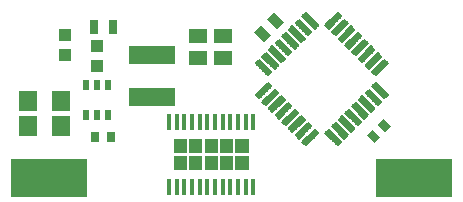
<source format=gbr>
G04 EAGLE Gerber RS-274X export*
G75*
%MOMM*%
%FSLAX34Y34*%
%LPD*%
%INSolderpaste Top*%
%IPPOS*%
%AMOC8*
5,1,8,0,0,1.08239X$1,22.5*%
G01*
%ADD10C,0.137500*%
%ADD11R,3.987800X1.498600*%
%ADD12R,0.517200X0.896100*%
%ADD13R,0.700000X0.900000*%
%ADD14R,6.451600X3.251200*%
%ADD15R,1.600000X1.800000*%
%ADD16R,1.500000X1.300000*%
%ADD17R,0.354800X1.454900*%
%ADD18R,1.100000X1.000000*%
%ADD19R,0.800000X1.200000*%

G36*
X159495Y47875D02*
X159495Y47875D01*
X159497Y47874D01*
X159540Y47894D01*
X159584Y47912D01*
X159584Y47914D01*
X159586Y47915D01*
X159619Y48000D01*
X159619Y60351D01*
X159618Y60353D01*
X159619Y60355D01*
X159599Y60398D01*
X159581Y60442D01*
X159579Y60442D01*
X159578Y60444D01*
X159493Y60477D01*
X148488Y60477D01*
X148486Y60476D01*
X148484Y60477D01*
X148441Y60457D01*
X148397Y60439D01*
X148397Y60437D01*
X148395Y60436D01*
X148362Y60351D01*
X148362Y48000D01*
X148363Y47998D01*
X148362Y47996D01*
X148382Y47953D01*
X148400Y47909D01*
X148402Y47909D01*
X148403Y47907D01*
X148488Y47874D01*
X159493Y47874D01*
X159495Y47875D01*
G37*
G36*
X185504Y47875D02*
X185504Y47875D01*
X185506Y47874D01*
X185549Y47894D01*
X185593Y47912D01*
X185594Y47914D01*
X185596Y47915D01*
X185629Y48000D01*
X185629Y60351D01*
X185628Y60353D01*
X185629Y60355D01*
X185609Y60398D01*
X185590Y60442D01*
X185588Y60442D01*
X185587Y60444D01*
X185502Y60477D01*
X174498Y60477D01*
X174496Y60476D01*
X174494Y60477D01*
X174451Y60457D01*
X174407Y60439D01*
X174406Y60437D01*
X174404Y60436D01*
X174371Y60351D01*
X174371Y48000D01*
X174372Y47998D01*
X174371Y47996D01*
X174391Y47953D01*
X174410Y47909D01*
X174412Y47909D01*
X174413Y47907D01*
X174498Y47874D01*
X185502Y47874D01*
X185504Y47875D01*
G37*
G36*
X211514Y47875D02*
X211514Y47875D01*
X211516Y47874D01*
X211559Y47894D01*
X211603Y47912D01*
X211603Y47914D01*
X211605Y47915D01*
X211638Y48000D01*
X211638Y60351D01*
X211637Y60353D01*
X211638Y60355D01*
X211618Y60398D01*
X211600Y60442D01*
X211598Y60442D01*
X211597Y60444D01*
X211512Y60477D01*
X200507Y60477D01*
X200505Y60476D01*
X200503Y60477D01*
X200460Y60457D01*
X200417Y60439D01*
X200416Y60437D01*
X200414Y60436D01*
X200381Y60351D01*
X200381Y48000D01*
X200382Y47998D01*
X200381Y47996D01*
X200401Y47953D01*
X200419Y47909D01*
X200421Y47909D01*
X200422Y47907D01*
X200507Y47874D01*
X211512Y47874D01*
X211514Y47875D01*
G37*
G36*
X159495Y33524D02*
X159495Y33524D01*
X159497Y33523D01*
X159540Y33543D01*
X159584Y33561D01*
X159584Y33563D01*
X159586Y33564D01*
X159619Y33649D01*
X159619Y46000D01*
X159618Y46002D01*
X159619Y46004D01*
X159599Y46047D01*
X159581Y46091D01*
X159579Y46091D01*
X159578Y46093D01*
X159493Y46126D01*
X148488Y46126D01*
X148486Y46125D01*
X148484Y46126D01*
X148441Y46106D01*
X148397Y46088D01*
X148397Y46086D01*
X148395Y46085D01*
X148362Y46000D01*
X148362Y33649D01*
X148363Y33647D01*
X148362Y33645D01*
X148382Y33602D01*
X148400Y33558D01*
X148402Y33558D01*
X148403Y33556D01*
X148488Y33523D01*
X159493Y33523D01*
X159495Y33524D01*
G37*
G36*
X185504Y33524D02*
X185504Y33524D01*
X185506Y33523D01*
X185549Y33543D01*
X185593Y33561D01*
X185594Y33563D01*
X185596Y33564D01*
X185629Y33649D01*
X185629Y46000D01*
X185628Y46002D01*
X185629Y46004D01*
X185609Y46047D01*
X185590Y46091D01*
X185588Y46091D01*
X185587Y46093D01*
X185502Y46126D01*
X174498Y46126D01*
X174496Y46125D01*
X174494Y46126D01*
X174451Y46106D01*
X174407Y46088D01*
X174406Y46086D01*
X174404Y46085D01*
X174371Y46000D01*
X174371Y33649D01*
X174372Y33647D01*
X174371Y33645D01*
X174391Y33602D01*
X174410Y33558D01*
X174412Y33558D01*
X174413Y33556D01*
X174498Y33523D01*
X185502Y33523D01*
X185504Y33524D01*
G37*
G36*
X211514Y33524D02*
X211514Y33524D01*
X211516Y33523D01*
X211559Y33543D01*
X211603Y33561D01*
X211603Y33563D01*
X211605Y33564D01*
X211638Y33649D01*
X211638Y46000D01*
X211637Y46002D01*
X211638Y46004D01*
X211618Y46047D01*
X211600Y46091D01*
X211598Y46091D01*
X211597Y46093D01*
X211512Y46126D01*
X200507Y46126D01*
X200505Y46125D01*
X200503Y46126D01*
X200460Y46106D01*
X200417Y46088D01*
X200416Y46086D01*
X200414Y46085D01*
X200381Y46000D01*
X200381Y33649D01*
X200382Y33647D01*
X200381Y33645D01*
X200401Y33602D01*
X200419Y33558D01*
X200421Y33558D01*
X200422Y33556D01*
X200507Y33523D01*
X211512Y33523D01*
X211514Y33524D01*
G37*
G36*
X172500Y47875D02*
X172500Y47875D01*
X172502Y47874D01*
X172545Y47894D01*
X172588Y47912D01*
X172589Y47914D01*
X172591Y47915D01*
X172624Y48000D01*
X172624Y60351D01*
X172623Y60353D01*
X172624Y60355D01*
X172604Y60398D01*
X172585Y60442D01*
X172583Y60442D01*
X172583Y60444D01*
X172498Y60477D01*
X161493Y60477D01*
X161491Y60476D01*
X161489Y60477D01*
X161446Y60457D01*
X161402Y60439D01*
X161401Y60437D01*
X161399Y60436D01*
X161367Y60351D01*
X161367Y48000D01*
X161367Y47998D01*
X161367Y47996D01*
X161387Y47953D01*
X161405Y47909D01*
X161407Y47909D01*
X161408Y47907D01*
X161493Y47874D01*
X172498Y47874D01*
X172500Y47875D01*
G37*
G36*
X198509Y47875D02*
X198509Y47875D01*
X198511Y47874D01*
X198554Y47894D01*
X198598Y47912D01*
X198599Y47914D01*
X198601Y47915D01*
X198633Y48000D01*
X198633Y60351D01*
X198633Y60353D01*
X198633Y60355D01*
X198614Y60398D01*
X198595Y60442D01*
X198593Y60442D01*
X198592Y60444D01*
X198507Y60477D01*
X187502Y60477D01*
X187500Y60476D01*
X187498Y60477D01*
X187455Y60457D01*
X187412Y60439D01*
X187411Y60437D01*
X187409Y60436D01*
X187376Y60351D01*
X187376Y48000D01*
X187377Y47998D01*
X187376Y47996D01*
X187396Y47953D01*
X187415Y47909D01*
X187417Y47909D01*
X187418Y47907D01*
X187502Y47874D01*
X198507Y47874D01*
X198509Y47875D01*
G37*
G36*
X172500Y33524D02*
X172500Y33524D01*
X172502Y33523D01*
X172545Y33543D01*
X172588Y33561D01*
X172589Y33563D01*
X172591Y33564D01*
X172624Y33649D01*
X172624Y46000D01*
X172623Y46002D01*
X172624Y46004D01*
X172604Y46047D01*
X172585Y46091D01*
X172583Y46091D01*
X172583Y46093D01*
X172498Y46126D01*
X161493Y46126D01*
X161491Y46125D01*
X161489Y46126D01*
X161446Y46106D01*
X161402Y46088D01*
X161401Y46086D01*
X161399Y46085D01*
X161367Y46000D01*
X161367Y33649D01*
X161367Y33647D01*
X161367Y33645D01*
X161387Y33602D01*
X161405Y33558D01*
X161407Y33558D01*
X161408Y33556D01*
X161493Y33523D01*
X172498Y33523D01*
X172500Y33524D01*
G37*
G36*
X198509Y33524D02*
X198509Y33524D01*
X198511Y33523D01*
X198554Y33543D01*
X198598Y33561D01*
X198599Y33563D01*
X198601Y33564D01*
X198633Y33649D01*
X198633Y46000D01*
X198633Y46002D01*
X198633Y46004D01*
X198614Y46047D01*
X198595Y46091D01*
X198593Y46091D01*
X198592Y46093D01*
X198507Y46126D01*
X187502Y46126D01*
X187500Y46125D01*
X187498Y46126D01*
X187455Y46106D01*
X187412Y46088D01*
X187411Y46086D01*
X187409Y46085D01*
X187376Y46000D01*
X187376Y33649D01*
X187377Y33647D01*
X187376Y33645D01*
X187396Y33602D01*
X187415Y33558D01*
X187417Y33558D01*
X187418Y33556D01*
X187502Y33523D01*
X198507Y33523D01*
X198509Y33524D01*
G37*
D10*
X267554Y153527D02*
X257213Y163868D01*
X260130Y166785D01*
X270471Y156444D01*
X267554Y153527D01*
X268860Y154833D02*
X266248Y154833D01*
X264942Y156139D02*
X270166Y156139D01*
X269470Y157445D02*
X263636Y157445D01*
X262330Y158751D02*
X268164Y158751D01*
X266858Y160057D02*
X261024Y160057D01*
X259718Y161363D02*
X265552Y161363D01*
X264246Y162669D02*
X258412Y162669D01*
X257320Y163975D02*
X262940Y163975D01*
X261634Y165281D02*
X258626Y165281D01*
X259932Y166587D02*
X260328Y166587D01*
X251556Y158211D02*
X261897Y147870D01*
X251556Y158211D02*
X254473Y161128D01*
X264814Y150787D01*
X261897Y147870D01*
X263203Y149176D02*
X260591Y149176D01*
X259285Y150482D02*
X264509Y150482D01*
X263813Y151788D02*
X257979Y151788D01*
X256673Y153094D02*
X262507Y153094D01*
X261201Y154400D02*
X255367Y154400D01*
X254061Y155706D02*
X259895Y155706D01*
X258589Y157012D02*
X252755Y157012D01*
X251663Y158318D02*
X257283Y158318D01*
X255977Y159624D02*
X252969Y159624D01*
X254275Y160930D02*
X254671Y160930D01*
X245899Y152554D02*
X256240Y142213D01*
X245899Y152554D02*
X248816Y155471D01*
X259157Y145130D01*
X256240Y142213D01*
X257546Y143519D02*
X254934Y143519D01*
X253628Y144825D02*
X258852Y144825D01*
X258156Y146131D02*
X252322Y146131D01*
X251016Y147437D02*
X256850Y147437D01*
X255544Y148743D02*
X249710Y148743D01*
X248404Y150049D02*
X254238Y150049D01*
X252932Y151355D02*
X247098Y151355D01*
X246006Y152661D02*
X251626Y152661D01*
X250320Y153967D02*
X247312Y153967D01*
X248618Y155273D02*
X249014Y155273D01*
X240242Y146897D02*
X250583Y136556D01*
X240242Y146897D02*
X243159Y149814D01*
X253500Y139473D01*
X250583Y136556D01*
X251889Y137862D02*
X249277Y137862D01*
X247971Y139168D02*
X253195Y139168D01*
X252499Y140474D02*
X246665Y140474D01*
X245359Y141780D02*
X251193Y141780D01*
X249887Y143086D02*
X244053Y143086D01*
X242747Y144392D02*
X248581Y144392D01*
X247275Y145698D02*
X241441Y145698D01*
X240349Y147004D02*
X245969Y147004D01*
X244663Y148310D02*
X241655Y148310D01*
X242961Y149616D02*
X243357Y149616D01*
X234586Y141241D02*
X244927Y130900D01*
X234586Y141241D02*
X237503Y144158D01*
X247844Y133817D01*
X244927Y130900D01*
X246233Y132206D02*
X243621Y132206D01*
X242315Y133512D02*
X247539Y133512D01*
X246843Y134818D02*
X241009Y134818D01*
X239703Y136124D02*
X245537Y136124D01*
X244231Y137430D02*
X238397Y137430D01*
X237091Y138736D02*
X242925Y138736D01*
X241619Y140042D02*
X235785Y140042D01*
X234693Y141348D02*
X240313Y141348D01*
X239007Y142654D02*
X235999Y142654D01*
X237305Y143960D02*
X237701Y143960D01*
X228929Y135584D02*
X239270Y125243D01*
X228929Y135584D02*
X231846Y138501D01*
X242187Y128160D01*
X239270Y125243D01*
X240576Y126549D02*
X237964Y126549D01*
X236658Y127855D02*
X241882Y127855D01*
X241186Y129161D02*
X235352Y129161D01*
X234046Y130467D02*
X239880Y130467D01*
X238574Y131773D02*
X232740Y131773D01*
X231434Y133079D02*
X237268Y133079D01*
X235962Y134385D02*
X230128Y134385D01*
X229036Y135691D02*
X234656Y135691D01*
X233350Y136997D02*
X230342Y136997D01*
X231648Y138303D02*
X232044Y138303D01*
X223272Y129927D02*
X233613Y119586D01*
X223272Y129927D02*
X226189Y132844D01*
X236530Y122503D01*
X233613Y119586D01*
X234919Y120892D02*
X232307Y120892D01*
X231001Y122198D02*
X236225Y122198D01*
X235529Y123504D02*
X229695Y123504D01*
X228389Y124810D02*
X234223Y124810D01*
X232917Y126116D02*
X227083Y126116D01*
X225777Y127422D02*
X231611Y127422D01*
X230305Y128728D02*
X224471Y128728D01*
X223379Y130034D02*
X228999Y130034D01*
X227693Y131340D02*
X224685Y131340D01*
X225991Y132646D02*
X226387Y132646D01*
X217615Y124270D02*
X227956Y113929D01*
X217615Y124270D02*
X220532Y127187D01*
X230873Y116846D01*
X227956Y113929D01*
X229262Y115235D02*
X226650Y115235D01*
X225344Y116541D02*
X230568Y116541D01*
X229872Y117847D02*
X224038Y117847D01*
X222732Y119153D02*
X228566Y119153D01*
X227260Y120459D02*
X221426Y120459D01*
X220120Y121765D02*
X225954Y121765D01*
X224648Y123071D02*
X218814Y123071D01*
X217722Y124377D02*
X223342Y124377D01*
X222036Y125683D02*
X219028Y125683D01*
X220334Y126989D02*
X220730Y126989D01*
X276729Y65156D02*
X287070Y54815D01*
X276729Y65156D02*
X279646Y68073D01*
X289987Y57732D01*
X287070Y54815D01*
X288376Y56121D02*
X285764Y56121D01*
X284458Y57427D02*
X289682Y57427D01*
X288986Y58733D02*
X283152Y58733D01*
X281846Y60039D02*
X287680Y60039D01*
X286374Y61345D02*
X280540Y61345D01*
X279234Y62651D02*
X285068Y62651D01*
X283762Y63957D02*
X277928Y63957D01*
X276836Y65263D02*
X282456Y65263D01*
X281150Y66569D02*
X278142Y66569D01*
X279448Y67875D02*
X279844Y67875D01*
X282386Y70813D02*
X292727Y60472D01*
X282386Y70813D02*
X285303Y73730D01*
X295644Y63389D01*
X292727Y60472D01*
X294033Y61778D02*
X291421Y61778D01*
X290115Y63084D02*
X295339Y63084D01*
X294643Y64390D02*
X288809Y64390D01*
X287503Y65696D02*
X293337Y65696D01*
X292031Y67002D02*
X286197Y67002D01*
X284891Y68308D02*
X290725Y68308D01*
X289419Y69614D02*
X283585Y69614D01*
X282493Y70920D02*
X288113Y70920D01*
X286807Y72226D02*
X283799Y72226D01*
X285105Y73532D02*
X285501Y73532D01*
X288043Y76470D02*
X298384Y66129D01*
X288043Y76470D02*
X290960Y79387D01*
X301301Y69046D01*
X298384Y66129D01*
X299690Y67435D02*
X297078Y67435D01*
X295772Y68741D02*
X300996Y68741D01*
X300300Y70047D02*
X294466Y70047D01*
X293160Y71353D02*
X298994Y71353D01*
X297688Y72659D02*
X291854Y72659D01*
X290548Y73965D02*
X296382Y73965D01*
X295076Y75271D02*
X289242Y75271D01*
X288150Y76577D02*
X293770Y76577D01*
X292464Y77883D02*
X289456Y77883D01*
X290762Y79189D02*
X291158Y79189D01*
X293700Y82127D02*
X304041Y71786D01*
X293700Y82127D02*
X296617Y85044D01*
X306958Y74703D01*
X304041Y71786D01*
X305347Y73092D02*
X302735Y73092D01*
X301429Y74398D02*
X306653Y74398D01*
X305957Y75704D02*
X300123Y75704D01*
X298817Y77010D02*
X304651Y77010D01*
X303345Y78316D02*
X297511Y78316D01*
X296205Y79622D02*
X302039Y79622D01*
X300733Y80928D02*
X294899Y80928D01*
X293807Y82234D02*
X299427Y82234D01*
X298121Y83540D02*
X295113Y83540D01*
X296419Y84846D02*
X296815Y84846D01*
X299356Y87783D02*
X309697Y77442D01*
X299356Y87783D02*
X302273Y90700D01*
X312614Y80359D01*
X309697Y77442D01*
X311003Y78748D02*
X308391Y78748D01*
X307085Y80054D02*
X312309Y80054D01*
X311613Y81360D02*
X305779Y81360D01*
X304473Y82666D02*
X310307Y82666D01*
X309001Y83972D02*
X303167Y83972D01*
X301861Y85278D02*
X307695Y85278D01*
X306389Y86584D02*
X300555Y86584D01*
X299463Y87890D02*
X305083Y87890D01*
X303777Y89196D02*
X300769Y89196D01*
X302075Y90502D02*
X302471Y90502D01*
X305013Y93440D02*
X315354Y83099D01*
X305013Y93440D02*
X307930Y96357D01*
X318271Y86016D01*
X315354Y83099D01*
X316660Y84405D02*
X314048Y84405D01*
X312742Y85711D02*
X317966Y85711D01*
X317270Y87017D02*
X311436Y87017D01*
X310130Y88323D02*
X315964Y88323D01*
X314658Y89629D02*
X308824Y89629D01*
X307518Y90935D02*
X313352Y90935D01*
X312046Y92241D02*
X306212Y92241D01*
X305120Y93547D02*
X310740Y93547D01*
X309434Y94853D02*
X306426Y94853D01*
X307732Y96159D02*
X308128Y96159D01*
X310670Y99097D02*
X321011Y88756D01*
X310670Y99097D02*
X313587Y102014D01*
X323928Y91673D01*
X321011Y88756D01*
X322317Y90062D02*
X319705Y90062D01*
X318399Y91368D02*
X323623Y91368D01*
X322927Y92674D02*
X317093Y92674D01*
X315787Y93980D02*
X321621Y93980D01*
X320315Y95286D02*
X314481Y95286D01*
X313175Y96592D02*
X319009Y96592D01*
X317703Y97898D02*
X311869Y97898D01*
X310777Y99204D02*
X316397Y99204D01*
X315091Y100510D02*
X312083Y100510D01*
X313389Y101816D02*
X313785Y101816D01*
X316327Y104754D02*
X326668Y94413D01*
X316327Y104754D02*
X319244Y107671D01*
X329585Y97330D01*
X326668Y94413D01*
X327974Y95719D02*
X325362Y95719D01*
X324056Y97025D02*
X329280Y97025D01*
X328584Y98331D02*
X322750Y98331D01*
X321444Y99637D02*
X327278Y99637D01*
X325972Y100943D02*
X320138Y100943D01*
X318832Y102249D02*
X324666Y102249D01*
X323360Y103555D02*
X317526Y103555D01*
X316434Y104861D02*
X322054Y104861D01*
X320748Y106167D02*
X317740Y106167D01*
X319046Y107473D02*
X319442Y107473D01*
X316327Y116846D02*
X326668Y127187D01*
X329585Y124270D01*
X319244Y113929D01*
X316327Y116846D01*
X317938Y115235D02*
X320550Y115235D01*
X321856Y116541D02*
X316632Y116541D01*
X317328Y117847D02*
X323162Y117847D01*
X324468Y119153D02*
X318634Y119153D01*
X319940Y120459D02*
X325774Y120459D01*
X327080Y121765D02*
X321246Y121765D01*
X322552Y123071D02*
X328386Y123071D01*
X329478Y124377D02*
X323858Y124377D01*
X325164Y125683D02*
X328172Y125683D01*
X326866Y126989D02*
X326470Y126989D01*
X321011Y132844D02*
X310670Y122503D01*
X321011Y132844D02*
X323928Y129927D01*
X313587Y119586D01*
X310670Y122503D01*
X312281Y120892D02*
X314893Y120892D01*
X316199Y122198D02*
X310975Y122198D01*
X311671Y123504D02*
X317505Y123504D01*
X318811Y124810D02*
X312977Y124810D01*
X314283Y126116D02*
X320117Y126116D01*
X321423Y127422D02*
X315589Y127422D01*
X316895Y128728D02*
X322729Y128728D01*
X323821Y130034D02*
X318201Y130034D01*
X319507Y131340D02*
X322515Y131340D01*
X321209Y132646D02*
X320813Y132646D01*
X315354Y138501D02*
X305013Y128160D01*
X315354Y138501D02*
X318271Y135584D01*
X307930Y125243D01*
X305013Y128160D01*
X306624Y126549D02*
X309236Y126549D01*
X310542Y127855D02*
X305318Y127855D01*
X306014Y129161D02*
X311848Y129161D01*
X313154Y130467D02*
X307320Y130467D01*
X308626Y131773D02*
X314460Y131773D01*
X315766Y133079D02*
X309932Y133079D01*
X311238Y134385D02*
X317072Y134385D01*
X318164Y135691D02*
X312544Y135691D01*
X313850Y136997D02*
X316858Y136997D01*
X315552Y138303D02*
X315156Y138303D01*
X309697Y144158D02*
X299356Y133817D01*
X309697Y144158D02*
X312614Y141241D01*
X302273Y130900D01*
X299356Y133817D01*
X300967Y132206D02*
X303579Y132206D01*
X304885Y133512D02*
X299661Y133512D01*
X300357Y134818D02*
X306191Y134818D01*
X307497Y136124D02*
X301663Y136124D01*
X302969Y137430D02*
X308803Y137430D01*
X310109Y138736D02*
X304275Y138736D01*
X305581Y140042D02*
X311415Y140042D01*
X312507Y141348D02*
X306887Y141348D01*
X308193Y142654D02*
X311201Y142654D01*
X309895Y143960D02*
X309499Y143960D01*
X304041Y149814D02*
X293700Y139473D01*
X304041Y149814D02*
X306958Y146897D01*
X296617Y136556D01*
X293700Y139473D01*
X295311Y137862D02*
X297923Y137862D01*
X299229Y139168D02*
X294005Y139168D01*
X294701Y140474D02*
X300535Y140474D01*
X301841Y141780D02*
X296007Y141780D01*
X297313Y143086D02*
X303147Y143086D01*
X304453Y144392D02*
X298619Y144392D01*
X299925Y145698D02*
X305759Y145698D01*
X306851Y147004D02*
X301231Y147004D01*
X302537Y148310D02*
X305545Y148310D01*
X304239Y149616D02*
X303843Y149616D01*
X298384Y155471D02*
X288043Y145130D01*
X298384Y155471D02*
X301301Y152554D01*
X290960Y142213D01*
X288043Y145130D01*
X289654Y143519D02*
X292266Y143519D01*
X293572Y144825D02*
X288348Y144825D01*
X289044Y146131D02*
X294878Y146131D01*
X296184Y147437D02*
X290350Y147437D01*
X291656Y148743D02*
X297490Y148743D01*
X298796Y150049D02*
X292962Y150049D01*
X294268Y151355D02*
X300102Y151355D01*
X301194Y152661D02*
X295574Y152661D01*
X296880Y153967D02*
X299888Y153967D01*
X298582Y155273D02*
X298186Y155273D01*
X292727Y161128D02*
X282386Y150787D01*
X292727Y161128D02*
X295644Y158211D01*
X285303Y147870D01*
X282386Y150787D01*
X283997Y149176D02*
X286609Y149176D01*
X287915Y150482D02*
X282691Y150482D01*
X283387Y151788D02*
X289221Y151788D01*
X290527Y153094D02*
X284693Y153094D01*
X285999Y154400D02*
X291833Y154400D01*
X293139Y155706D02*
X287305Y155706D01*
X288611Y157012D02*
X294445Y157012D01*
X295537Y158318D02*
X289917Y158318D01*
X291223Y159624D02*
X294231Y159624D01*
X292925Y160930D02*
X292529Y160930D01*
X287070Y166785D02*
X276729Y156444D01*
X287070Y166785D02*
X289987Y163868D01*
X279646Y153527D01*
X276729Y156444D01*
X278340Y154833D02*
X280952Y154833D01*
X282258Y156139D02*
X277034Y156139D01*
X277730Y157445D02*
X283564Y157445D01*
X284870Y158751D02*
X279036Y158751D01*
X280342Y160057D02*
X286176Y160057D01*
X287482Y161363D02*
X281648Y161363D01*
X282954Y162669D02*
X288788Y162669D01*
X289880Y163975D02*
X284260Y163975D01*
X285566Y165281D02*
X288574Y165281D01*
X287268Y166587D02*
X286872Y166587D01*
X227956Y107671D02*
X217615Y97330D01*
X227956Y107671D02*
X230873Y104754D01*
X220532Y94413D01*
X217615Y97330D01*
X219226Y95719D02*
X221838Y95719D01*
X223144Y97025D02*
X217920Y97025D01*
X218616Y98331D02*
X224450Y98331D01*
X225756Y99637D02*
X219922Y99637D01*
X221228Y100943D02*
X227062Y100943D01*
X228368Y102249D02*
X222534Y102249D01*
X223840Y103555D02*
X229674Y103555D01*
X230766Y104861D02*
X225146Y104861D01*
X226452Y106167D02*
X229460Y106167D01*
X228154Y107473D02*
X227758Y107473D01*
X233613Y102014D02*
X223272Y91673D01*
X233613Y102014D02*
X236530Y99097D01*
X226189Y88756D01*
X223272Y91673D01*
X224883Y90062D02*
X227495Y90062D01*
X228801Y91368D02*
X223577Y91368D01*
X224273Y92674D02*
X230107Y92674D01*
X231413Y93980D02*
X225579Y93980D01*
X226885Y95286D02*
X232719Y95286D01*
X234025Y96592D02*
X228191Y96592D01*
X229497Y97898D02*
X235331Y97898D01*
X236423Y99204D02*
X230803Y99204D01*
X232109Y100510D02*
X235117Y100510D01*
X233811Y101816D02*
X233415Y101816D01*
X239270Y96357D02*
X228929Y86016D01*
X239270Y96357D02*
X242187Y93440D01*
X231846Y83099D01*
X228929Y86016D01*
X230540Y84405D02*
X233152Y84405D01*
X234458Y85711D02*
X229234Y85711D01*
X229930Y87017D02*
X235764Y87017D01*
X237070Y88323D02*
X231236Y88323D01*
X232542Y89629D02*
X238376Y89629D01*
X239682Y90935D02*
X233848Y90935D01*
X235154Y92241D02*
X240988Y92241D01*
X242080Y93547D02*
X236460Y93547D01*
X237766Y94853D02*
X240774Y94853D01*
X239468Y96159D02*
X239072Y96159D01*
X244927Y90700D02*
X234586Y80359D01*
X244927Y90700D02*
X247844Y87783D01*
X237503Y77442D01*
X234586Y80359D01*
X236197Y78748D02*
X238809Y78748D01*
X240115Y80054D02*
X234891Y80054D01*
X235587Y81360D02*
X241421Y81360D01*
X242727Y82666D02*
X236893Y82666D01*
X238199Y83972D02*
X244033Y83972D01*
X245339Y85278D02*
X239505Y85278D01*
X240811Y86584D02*
X246645Y86584D01*
X247737Y87890D02*
X242117Y87890D01*
X243423Y89196D02*
X246431Y89196D01*
X245125Y90502D02*
X244729Y90502D01*
X250583Y85044D02*
X240242Y74703D01*
X250583Y85044D02*
X253500Y82127D01*
X243159Y71786D01*
X240242Y74703D01*
X241853Y73092D02*
X244465Y73092D01*
X245771Y74398D02*
X240547Y74398D01*
X241243Y75704D02*
X247077Y75704D01*
X248383Y77010D02*
X242549Y77010D01*
X243855Y78316D02*
X249689Y78316D01*
X250995Y79622D02*
X245161Y79622D01*
X246467Y80928D02*
X252301Y80928D01*
X253393Y82234D02*
X247773Y82234D01*
X249079Y83540D02*
X252087Y83540D01*
X250781Y84846D02*
X250385Y84846D01*
X256240Y79387D02*
X245899Y69046D01*
X256240Y79387D02*
X259157Y76470D01*
X248816Y66129D01*
X245899Y69046D01*
X247510Y67435D02*
X250122Y67435D01*
X251428Y68741D02*
X246204Y68741D01*
X246900Y70047D02*
X252734Y70047D01*
X254040Y71353D02*
X248206Y71353D01*
X249512Y72659D02*
X255346Y72659D01*
X256652Y73965D02*
X250818Y73965D01*
X252124Y75271D02*
X257958Y75271D01*
X259050Y76577D02*
X253430Y76577D01*
X254736Y77883D02*
X257744Y77883D01*
X256438Y79189D02*
X256042Y79189D01*
X261897Y73730D02*
X251556Y63389D01*
X261897Y73730D02*
X264814Y70813D01*
X254473Y60472D01*
X251556Y63389D01*
X253167Y61778D02*
X255779Y61778D01*
X257085Y63084D02*
X251861Y63084D01*
X252557Y64390D02*
X258391Y64390D01*
X259697Y65696D02*
X253863Y65696D01*
X255169Y67002D02*
X261003Y67002D01*
X262309Y68308D02*
X256475Y68308D01*
X257781Y69614D02*
X263615Y69614D01*
X264707Y70920D02*
X259087Y70920D01*
X260393Y72226D02*
X263401Y72226D01*
X262095Y73532D02*
X261699Y73532D01*
X267554Y68073D02*
X257213Y57732D01*
X267554Y68073D02*
X270471Y65156D01*
X260130Y54815D01*
X257213Y57732D01*
X258824Y56121D02*
X261436Y56121D01*
X262742Y57427D02*
X257518Y57427D01*
X258214Y58733D02*
X264048Y58733D01*
X265354Y60039D02*
X259520Y60039D01*
X260826Y61345D02*
X266660Y61345D01*
X267966Y62651D02*
X262132Y62651D01*
X263438Y63957D02*
X269272Y63957D01*
X270364Y65263D02*
X264744Y65263D01*
X266050Y66569D02*
X269058Y66569D01*
X267752Y67875D02*
X267356Y67875D01*
D11*
X130300Y131400D03*
X130300Y95400D03*
D12*
X93000Y106090D03*
X83500Y106090D03*
X74000Y106090D03*
X74000Y80111D03*
X83500Y80111D03*
X93000Y80111D03*
D13*
X82000Y62000D03*
X95000Y62000D03*
D14*
X42800Y27100D03*
X351800Y27500D03*
D15*
X53000Y71000D03*
X25000Y71000D03*
X53000Y92000D03*
X25000Y92000D03*
D16*
X169000Y147500D03*
X169000Y128500D03*
X190000Y147500D03*
X190000Y128500D03*
D13*
G36*
X320940Y72303D02*
X325889Y77252D01*
X332252Y70889D01*
X327303Y65940D01*
X320940Y72303D01*
G37*
G36*
X311748Y63111D02*
X316697Y68060D01*
X323060Y61697D01*
X318111Y56748D01*
X311748Y63111D01*
G37*
D17*
X215750Y74213D03*
X209250Y74213D03*
X202750Y74213D03*
X196250Y74213D03*
X189750Y74213D03*
X183250Y74213D03*
X176750Y74213D03*
X170250Y74213D03*
X163750Y74213D03*
X157250Y74213D03*
X150750Y74213D03*
X144250Y74213D03*
X144250Y19787D03*
X150750Y19787D03*
X157250Y19787D03*
X163750Y19787D03*
X170250Y19787D03*
X176750Y19787D03*
X183250Y19787D03*
X189750Y19787D03*
X196250Y19787D03*
X202750Y19787D03*
X209250Y19787D03*
X215750Y19787D03*
D18*
X83000Y138500D03*
X83000Y121500D03*
X56000Y131500D03*
X56000Y148500D03*
D19*
X81000Y155000D03*
X97000Y155000D03*
G36*
X227586Y162071D02*
X233243Y167728D01*
X241728Y159243D01*
X236071Y153586D01*
X227586Y162071D01*
G37*
G36*
X216272Y150757D02*
X221929Y156414D01*
X230414Y147929D01*
X224757Y142272D01*
X216272Y150757D01*
G37*
M02*

</source>
